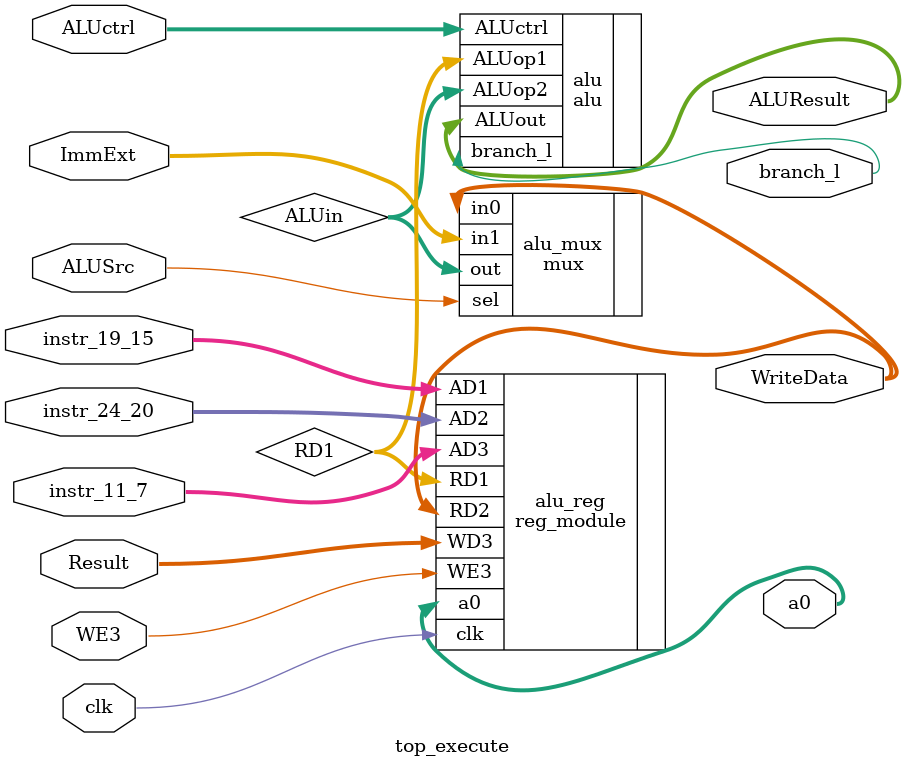
<source format=sv>
`include <./execute/alu.sv>
`include <./execute/reg_module.sv>

module top_execute #(
    parameter  DATA_WIDTH = 32
)(
    input   logic                       clk,
    input   logic  [19:15]              instr_19_15,
    input   logic  [24:20]              instr_24_20,
    input   logic  [11:7]               instr_11_7,
    input   logic  [DATA_WIDTH-1:0]     ImmExt,
    input   logic  [3:0]                ALUctrl,
    input   logic                       WE3,
    input   logic                       ALUSrc,
    input   logic [DATA_WIDTH-1:0]      Result,

    output  logic [DATA_WIDTH-1:0]      ALUResult,
    output  logic                       branch_l,
    output  logic [DATA_WIDTH-1:0]      a0,
    output  logic [DATA_WIDTH-1:0]      WriteData
);

    logic  [DATA_WIDTH-1:0]    RD1, ALUin;

    reg_module alu_reg(
        .clk(clk),
        .AD1(instr_19_15),
        .AD2(instr_24_20),
        .AD3(instr_11_7),
        .WE3(WE3),
        .WD3(Result),
        .RD1(RD1),
        .RD2(WriteData),
        .a0(a0)
    );

    mux alu_mux(
        .in0(WriteData),
        .in1(ImmExt),
        .sel(ALUSrc),
        .out(ALUin)
    );

    alu alu(
        .ALUop1(RD1),
        .ALUop2(ALUin),
        .ALUctrl(ALUctrl),
        .ALUout(ALUResult),
        .branch_l(branch_l),
    );

endmodule

</source>
